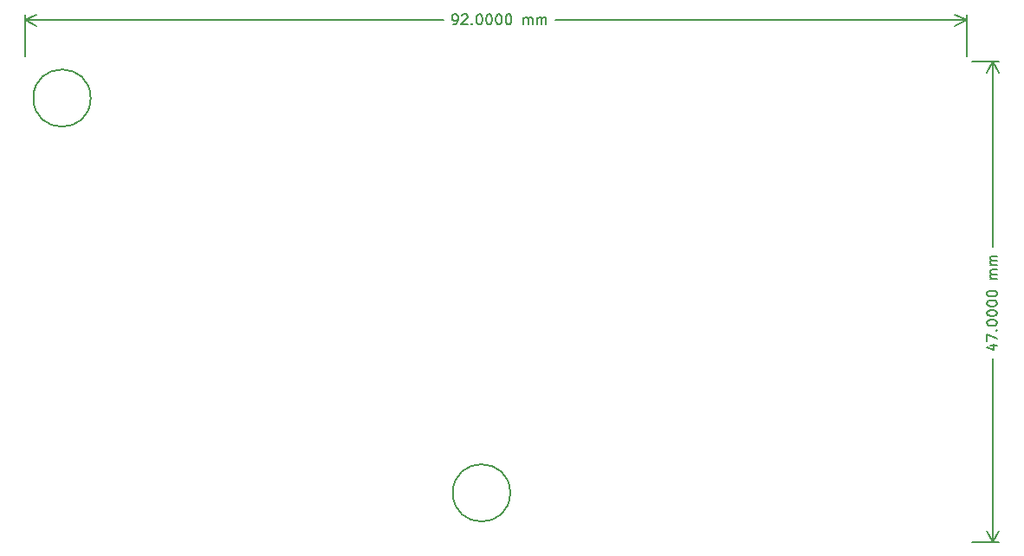
<source format=gbr>
%TF.GenerationSoftware,KiCad,Pcbnew,7.0.8-7.0.8~ubuntu22.04.1*%
%TF.CreationDate,2023-10-08T09:38:23-05:00*%
%TF.ProjectId,crossover_v1,63726f73-736f-4766-9572-5f76312e6b69,v1.0.0*%
%TF.SameCoordinates,Original*%
%TF.FileFunction,Other,Comment*%
%FSLAX46Y46*%
G04 Gerber Fmt 4.6, Leading zero omitted, Abs format (unit mm)*
G04 Created by KiCad (PCBNEW 7.0.8-7.0.8~ubuntu22.04.1) date 2023-10-08 09:38:23*
%MOMM*%
%LPD*%
G01*
G04 APERTURE LIST*
%ADD10C,0.150000*%
G04 APERTURE END LIST*
D10*
X143196191Y-73774819D02*
X143386667Y-73774819D01*
X143386667Y-73774819D02*
X143481905Y-73727200D01*
X143481905Y-73727200D02*
X143529524Y-73679580D01*
X143529524Y-73679580D02*
X143624762Y-73536723D01*
X143624762Y-73536723D02*
X143672381Y-73346247D01*
X143672381Y-73346247D02*
X143672381Y-72965295D01*
X143672381Y-72965295D02*
X143624762Y-72870057D01*
X143624762Y-72870057D02*
X143577143Y-72822438D01*
X143577143Y-72822438D02*
X143481905Y-72774819D01*
X143481905Y-72774819D02*
X143291429Y-72774819D01*
X143291429Y-72774819D02*
X143196191Y-72822438D01*
X143196191Y-72822438D02*
X143148572Y-72870057D01*
X143148572Y-72870057D02*
X143100953Y-72965295D01*
X143100953Y-72965295D02*
X143100953Y-73203390D01*
X143100953Y-73203390D02*
X143148572Y-73298628D01*
X143148572Y-73298628D02*
X143196191Y-73346247D01*
X143196191Y-73346247D02*
X143291429Y-73393866D01*
X143291429Y-73393866D02*
X143481905Y-73393866D01*
X143481905Y-73393866D02*
X143577143Y-73346247D01*
X143577143Y-73346247D02*
X143624762Y-73298628D01*
X143624762Y-73298628D02*
X143672381Y-73203390D01*
X144053334Y-72870057D02*
X144100953Y-72822438D01*
X144100953Y-72822438D02*
X144196191Y-72774819D01*
X144196191Y-72774819D02*
X144434286Y-72774819D01*
X144434286Y-72774819D02*
X144529524Y-72822438D01*
X144529524Y-72822438D02*
X144577143Y-72870057D01*
X144577143Y-72870057D02*
X144624762Y-72965295D01*
X144624762Y-72965295D02*
X144624762Y-73060533D01*
X144624762Y-73060533D02*
X144577143Y-73203390D01*
X144577143Y-73203390D02*
X144005715Y-73774819D01*
X144005715Y-73774819D02*
X144624762Y-73774819D01*
X145053334Y-73679580D02*
X145100953Y-73727200D01*
X145100953Y-73727200D02*
X145053334Y-73774819D01*
X145053334Y-73774819D02*
X145005715Y-73727200D01*
X145005715Y-73727200D02*
X145053334Y-73679580D01*
X145053334Y-73679580D02*
X145053334Y-73774819D01*
X145720000Y-72774819D02*
X145815238Y-72774819D01*
X145815238Y-72774819D02*
X145910476Y-72822438D01*
X145910476Y-72822438D02*
X145958095Y-72870057D01*
X145958095Y-72870057D02*
X146005714Y-72965295D01*
X146005714Y-72965295D02*
X146053333Y-73155771D01*
X146053333Y-73155771D02*
X146053333Y-73393866D01*
X146053333Y-73393866D02*
X146005714Y-73584342D01*
X146005714Y-73584342D02*
X145958095Y-73679580D01*
X145958095Y-73679580D02*
X145910476Y-73727200D01*
X145910476Y-73727200D02*
X145815238Y-73774819D01*
X145815238Y-73774819D02*
X145720000Y-73774819D01*
X145720000Y-73774819D02*
X145624762Y-73727200D01*
X145624762Y-73727200D02*
X145577143Y-73679580D01*
X145577143Y-73679580D02*
X145529524Y-73584342D01*
X145529524Y-73584342D02*
X145481905Y-73393866D01*
X145481905Y-73393866D02*
X145481905Y-73155771D01*
X145481905Y-73155771D02*
X145529524Y-72965295D01*
X145529524Y-72965295D02*
X145577143Y-72870057D01*
X145577143Y-72870057D02*
X145624762Y-72822438D01*
X145624762Y-72822438D02*
X145720000Y-72774819D01*
X146672381Y-72774819D02*
X146767619Y-72774819D01*
X146767619Y-72774819D02*
X146862857Y-72822438D01*
X146862857Y-72822438D02*
X146910476Y-72870057D01*
X146910476Y-72870057D02*
X146958095Y-72965295D01*
X146958095Y-72965295D02*
X147005714Y-73155771D01*
X147005714Y-73155771D02*
X147005714Y-73393866D01*
X147005714Y-73393866D02*
X146958095Y-73584342D01*
X146958095Y-73584342D02*
X146910476Y-73679580D01*
X146910476Y-73679580D02*
X146862857Y-73727200D01*
X146862857Y-73727200D02*
X146767619Y-73774819D01*
X146767619Y-73774819D02*
X146672381Y-73774819D01*
X146672381Y-73774819D02*
X146577143Y-73727200D01*
X146577143Y-73727200D02*
X146529524Y-73679580D01*
X146529524Y-73679580D02*
X146481905Y-73584342D01*
X146481905Y-73584342D02*
X146434286Y-73393866D01*
X146434286Y-73393866D02*
X146434286Y-73155771D01*
X146434286Y-73155771D02*
X146481905Y-72965295D01*
X146481905Y-72965295D02*
X146529524Y-72870057D01*
X146529524Y-72870057D02*
X146577143Y-72822438D01*
X146577143Y-72822438D02*
X146672381Y-72774819D01*
X147624762Y-72774819D02*
X147720000Y-72774819D01*
X147720000Y-72774819D02*
X147815238Y-72822438D01*
X147815238Y-72822438D02*
X147862857Y-72870057D01*
X147862857Y-72870057D02*
X147910476Y-72965295D01*
X147910476Y-72965295D02*
X147958095Y-73155771D01*
X147958095Y-73155771D02*
X147958095Y-73393866D01*
X147958095Y-73393866D02*
X147910476Y-73584342D01*
X147910476Y-73584342D02*
X147862857Y-73679580D01*
X147862857Y-73679580D02*
X147815238Y-73727200D01*
X147815238Y-73727200D02*
X147720000Y-73774819D01*
X147720000Y-73774819D02*
X147624762Y-73774819D01*
X147624762Y-73774819D02*
X147529524Y-73727200D01*
X147529524Y-73727200D02*
X147481905Y-73679580D01*
X147481905Y-73679580D02*
X147434286Y-73584342D01*
X147434286Y-73584342D02*
X147386667Y-73393866D01*
X147386667Y-73393866D02*
X147386667Y-73155771D01*
X147386667Y-73155771D02*
X147434286Y-72965295D01*
X147434286Y-72965295D02*
X147481905Y-72870057D01*
X147481905Y-72870057D02*
X147529524Y-72822438D01*
X147529524Y-72822438D02*
X147624762Y-72774819D01*
X148577143Y-72774819D02*
X148672381Y-72774819D01*
X148672381Y-72774819D02*
X148767619Y-72822438D01*
X148767619Y-72822438D02*
X148815238Y-72870057D01*
X148815238Y-72870057D02*
X148862857Y-72965295D01*
X148862857Y-72965295D02*
X148910476Y-73155771D01*
X148910476Y-73155771D02*
X148910476Y-73393866D01*
X148910476Y-73393866D02*
X148862857Y-73584342D01*
X148862857Y-73584342D02*
X148815238Y-73679580D01*
X148815238Y-73679580D02*
X148767619Y-73727200D01*
X148767619Y-73727200D02*
X148672381Y-73774819D01*
X148672381Y-73774819D02*
X148577143Y-73774819D01*
X148577143Y-73774819D02*
X148481905Y-73727200D01*
X148481905Y-73727200D02*
X148434286Y-73679580D01*
X148434286Y-73679580D02*
X148386667Y-73584342D01*
X148386667Y-73584342D02*
X148339048Y-73393866D01*
X148339048Y-73393866D02*
X148339048Y-73155771D01*
X148339048Y-73155771D02*
X148386667Y-72965295D01*
X148386667Y-72965295D02*
X148434286Y-72870057D01*
X148434286Y-72870057D02*
X148481905Y-72822438D01*
X148481905Y-72822438D02*
X148577143Y-72774819D01*
X150100953Y-73774819D02*
X150100953Y-73108152D01*
X150100953Y-73203390D02*
X150148572Y-73155771D01*
X150148572Y-73155771D02*
X150243810Y-73108152D01*
X150243810Y-73108152D02*
X150386667Y-73108152D01*
X150386667Y-73108152D02*
X150481905Y-73155771D01*
X150481905Y-73155771D02*
X150529524Y-73251009D01*
X150529524Y-73251009D02*
X150529524Y-73774819D01*
X150529524Y-73251009D02*
X150577143Y-73155771D01*
X150577143Y-73155771D02*
X150672381Y-73108152D01*
X150672381Y-73108152D02*
X150815238Y-73108152D01*
X150815238Y-73108152D02*
X150910477Y-73155771D01*
X150910477Y-73155771D02*
X150958096Y-73251009D01*
X150958096Y-73251009D02*
X150958096Y-73774819D01*
X151434286Y-73774819D02*
X151434286Y-73108152D01*
X151434286Y-73203390D02*
X151481905Y-73155771D01*
X151481905Y-73155771D02*
X151577143Y-73108152D01*
X151577143Y-73108152D02*
X151720000Y-73108152D01*
X151720000Y-73108152D02*
X151815238Y-73155771D01*
X151815238Y-73155771D02*
X151862857Y-73251009D01*
X151862857Y-73251009D02*
X151862857Y-73774819D01*
X151862857Y-73251009D02*
X151910476Y-73155771D01*
X151910476Y-73155771D02*
X152005714Y-73108152D01*
X152005714Y-73108152D02*
X152148571Y-73108152D01*
X152148571Y-73108152D02*
X152243810Y-73155771D01*
X152243810Y-73155771D02*
X152291429Y-73251009D01*
X152291429Y-73251009D02*
X152291429Y-73774819D01*
X101380000Y-76870000D02*
X101380000Y-72783580D01*
X193380000Y-76870000D02*
X193380000Y-72783580D01*
X101380000Y-73370000D02*
X142285477Y-73370000D01*
X153154524Y-73370000D02*
X193380000Y-73370000D01*
X101380000Y-73370000D02*
X102506504Y-72783579D01*
X101380000Y-73370000D02*
X102506504Y-73956421D01*
X193380000Y-73370000D02*
X192253496Y-73956421D01*
X193380000Y-73370000D02*
X192253496Y-72783579D01*
X195708152Y-105132856D02*
X196374819Y-105132856D01*
X195327200Y-105370951D02*
X196041485Y-105609046D01*
X196041485Y-105609046D02*
X196041485Y-104989999D01*
X195374819Y-104704284D02*
X195374819Y-104037618D01*
X195374819Y-104037618D02*
X196374819Y-104466189D01*
X196279580Y-103656665D02*
X196327200Y-103609046D01*
X196327200Y-103609046D02*
X196374819Y-103656665D01*
X196374819Y-103656665D02*
X196327200Y-103704284D01*
X196327200Y-103704284D02*
X196279580Y-103656665D01*
X196279580Y-103656665D02*
X196374819Y-103656665D01*
X195374819Y-102989999D02*
X195374819Y-102894761D01*
X195374819Y-102894761D02*
X195422438Y-102799523D01*
X195422438Y-102799523D02*
X195470057Y-102751904D01*
X195470057Y-102751904D02*
X195565295Y-102704285D01*
X195565295Y-102704285D02*
X195755771Y-102656666D01*
X195755771Y-102656666D02*
X195993866Y-102656666D01*
X195993866Y-102656666D02*
X196184342Y-102704285D01*
X196184342Y-102704285D02*
X196279580Y-102751904D01*
X196279580Y-102751904D02*
X196327200Y-102799523D01*
X196327200Y-102799523D02*
X196374819Y-102894761D01*
X196374819Y-102894761D02*
X196374819Y-102989999D01*
X196374819Y-102989999D02*
X196327200Y-103085237D01*
X196327200Y-103085237D02*
X196279580Y-103132856D01*
X196279580Y-103132856D02*
X196184342Y-103180475D01*
X196184342Y-103180475D02*
X195993866Y-103228094D01*
X195993866Y-103228094D02*
X195755771Y-103228094D01*
X195755771Y-103228094D02*
X195565295Y-103180475D01*
X195565295Y-103180475D02*
X195470057Y-103132856D01*
X195470057Y-103132856D02*
X195422438Y-103085237D01*
X195422438Y-103085237D02*
X195374819Y-102989999D01*
X195374819Y-102037618D02*
X195374819Y-101942380D01*
X195374819Y-101942380D02*
X195422438Y-101847142D01*
X195422438Y-101847142D02*
X195470057Y-101799523D01*
X195470057Y-101799523D02*
X195565295Y-101751904D01*
X195565295Y-101751904D02*
X195755771Y-101704285D01*
X195755771Y-101704285D02*
X195993866Y-101704285D01*
X195993866Y-101704285D02*
X196184342Y-101751904D01*
X196184342Y-101751904D02*
X196279580Y-101799523D01*
X196279580Y-101799523D02*
X196327200Y-101847142D01*
X196327200Y-101847142D02*
X196374819Y-101942380D01*
X196374819Y-101942380D02*
X196374819Y-102037618D01*
X196374819Y-102037618D02*
X196327200Y-102132856D01*
X196327200Y-102132856D02*
X196279580Y-102180475D01*
X196279580Y-102180475D02*
X196184342Y-102228094D01*
X196184342Y-102228094D02*
X195993866Y-102275713D01*
X195993866Y-102275713D02*
X195755771Y-102275713D01*
X195755771Y-102275713D02*
X195565295Y-102228094D01*
X195565295Y-102228094D02*
X195470057Y-102180475D01*
X195470057Y-102180475D02*
X195422438Y-102132856D01*
X195422438Y-102132856D02*
X195374819Y-102037618D01*
X195374819Y-101085237D02*
X195374819Y-100989999D01*
X195374819Y-100989999D02*
X195422438Y-100894761D01*
X195422438Y-100894761D02*
X195470057Y-100847142D01*
X195470057Y-100847142D02*
X195565295Y-100799523D01*
X195565295Y-100799523D02*
X195755771Y-100751904D01*
X195755771Y-100751904D02*
X195993866Y-100751904D01*
X195993866Y-100751904D02*
X196184342Y-100799523D01*
X196184342Y-100799523D02*
X196279580Y-100847142D01*
X196279580Y-100847142D02*
X196327200Y-100894761D01*
X196327200Y-100894761D02*
X196374819Y-100989999D01*
X196374819Y-100989999D02*
X196374819Y-101085237D01*
X196374819Y-101085237D02*
X196327200Y-101180475D01*
X196327200Y-101180475D02*
X196279580Y-101228094D01*
X196279580Y-101228094D02*
X196184342Y-101275713D01*
X196184342Y-101275713D02*
X195993866Y-101323332D01*
X195993866Y-101323332D02*
X195755771Y-101323332D01*
X195755771Y-101323332D02*
X195565295Y-101275713D01*
X195565295Y-101275713D02*
X195470057Y-101228094D01*
X195470057Y-101228094D02*
X195422438Y-101180475D01*
X195422438Y-101180475D02*
X195374819Y-101085237D01*
X195374819Y-100132856D02*
X195374819Y-100037618D01*
X195374819Y-100037618D02*
X195422438Y-99942380D01*
X195422438Y-99942380D02*
X195470057Y-99894761D01*
X195470057Y-99894761D02*
X195565295Y-99847142D01*
X195565295Y-99847142D02*
X195755771Y-99799523D01*
X195755771Y-99799523D02*
X195993866Y-99799523D01*
X195993866Y-99799523D02*
X196184342Y-99847142D01*
X196184342Y-99847142D02*
X196279580Y-99894761D01*
X196279580Y-99894761D02*
X196327200Y-99942380D01*
X196327200Y-99942380D02*
X196374819Y-100037618D01*
X196374819Y-100037618D02*
X196374819Y-100132856D01*
X196374819Y-100132856D02*
X196327200Y-100228094D01*
X196327200Y-100228094D02*
X196279580Y-100275713D01*
X196279580Y-100275713D02*
X196184342Y-100323332D01*
X196184342Y-100323332D02*
X195993866Y-100370951D01*
X195993866Y-100370951D02*
X195755771Y-100370951D01*
X195755771Y-100370951D02*
X195565295Y-100323332D01*
X195565295Y-100323332D02*
X195470057Y-100275713D01*
X195470057Y-100275713D02*
X195422438Y-100228094D01*
X195422438Y-100228094D02*
X195374819Y-100132856D01*
X196374819Y-98609046D02*
X195708152Y-98609046D01*
X195803390Y-98609046D02*
X195755771Y-98561427D01*
X195755771Y-98561427D02*
X195708152Y-98466189D01*
X195708152Y-98466189D02*
X195708152Y-98323332D01*
X195708152Y-98323332D02*
X195755771Y-98228094D01*
X195755771Y-98228094D02*
X195851009Y-98180475D01*
X195851009Y-98180475D02*
X196374819Y-98180475D01*
X195851009Y-98180475D02*
X195755771Y-98132856D01*
X195755771Y-98132856D02*
X195708152Y-98037618D01*
X195708152Y-98037618D02*
X195708152Y-97894761D01*
X195708152Y-97894761D02*
X195755771Y-97799522D01*
X195755771Y-97799522D02*
X195851009Y-97751903D01*
X195851009Y-97751903D02*
X196374819Y-97751903D01*
X196374819Y-97275713D02*
X195708152Y-97275713D01*
X195803390Y-97275713D02*
X195755771Y-97228094D01*
X195755771Y-97228094D02*
X195708152Y-97132856D01*
X195708152Y-97132856D02*
X195708152Y-96989999D01*
X195708152Y-96989999D02*
X195755771Y-96894761D01*
X195755771Y-96894761D02*
X195851009Y-96847142D01*
X195851009Y-96847142D02*
X196374819Y-96847142D01*
X195851009Y-96847142D02*
X195755771Y-96799523D01*
X195755771Y-96799523D02*
X195708152Y-96704285D01*
X195708152Y-96704285D02*
X195708152Y-96561428D01*
X195708152Y-96561428D02*
X195755771Y-96466189D01*
X195755771Y-96466189D02*
X195851009Y-96418570D01*
X195851009Y-96418570D02*
X196374819Y-96418570D01*
X193880000Y-77370000D02*
X196566420Y-77370000D01*
X193880000Y-124370000D02*
X196566420Y-124370000D01*
X195980000Y-77370000D02*
X195980000Y-95555476D01*
X195980000Y-106424523D02*
X195980000Y-124370000D01*
X195980000Y-77370000D02*
X196566421Y-78496504D01*
X195980000Y-77370000D02*
X195393579Y-78496504D01*
X195980000Y-124370000D02*
X195393579Y-123243496D01*
X195980000Y-124370000D02*
X196566421Y-123243496D01*
%TO.C,H2*%
X148780000Y-119570000D02*
G75*
G03*
X148780000Y-119570000I-2800000J0D01*
G01*
%TO.C,H1*%
X107780000Y-80970000D02*
G75*
G03*
X107780000Y-80970000I-2800000J0D01*
G01*
%TD*%
M02*

</source>
